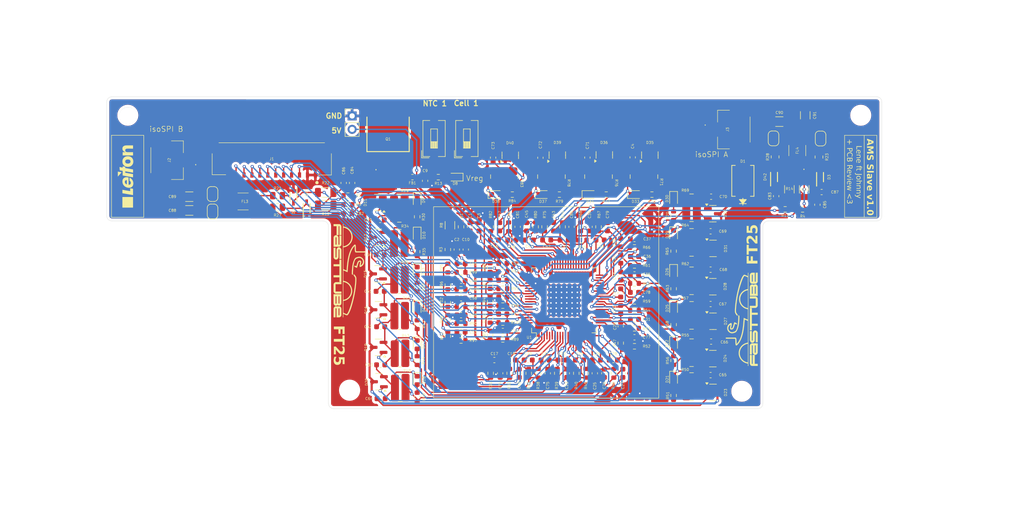
<source format=kicad_pcb>
(kicad_pcb
	(version 20240108)
	(generator "pcbnew")
	(generator_version "8.0")
	(general
		(thickness 1.6)
		(legacy_teardrops no)
	)
	(paper "A4")
	(layers
		(0 "F.Cu" signal)
		(1 "In1.Cu" signal)
		(2 "In2.Cu" signal)
		(31 "B.Cu" signal)
		(32 "B.Adhes" user "B.Adhesive")
		(33 "F.Adhes" user "F.Adhesive")
		(34 "B.Paste" user)
		(35 "F.Paste" user)
		(36 "B.SilkS" user "B.Silkscreen")
		(37 "F.SilkS" user "F.Silkscreen")
		(38 "B.Mask" user)
		(39 "F.Mask" user)
		(40 "Dwgs.User" user "User.Drawings")
		(41 "Cmts.User" user "User.Comments")
		(42 "Eco1.User" user "User.Eco1")
		(43 "Eco2.User" user "User.Eco2")
		(44 "Edge.Cuts" user)
		(45 "Margin" user)
		(46 "B.CrtYd" user "B.Courtyard")
		(47 "F.CrtYd" user "F.Courtyard")
		(48 "B.Fab" user)
		(49 "F.Fab" user)
		(50 "User.1" user)
		(51 "User.2" user)
		(52 "User.3" user)
		(53 "User.4" user)
		(54 "User.5" user)
		(55 "User.6" user)
		(56 "User.7" user)
		(57 "User.8" user)
		(58 "User.9" user)
	)
	(setup
		(stackup
			(layer "F.SilkS"
				(type "Top Silk Screen")
			)
			(layer "F.Paste"
				(type "Top Solder Paste")
			)
			(layer "F.Mask"
				(type "Top Solder Mask")
				(thickness 0.01)
			)
			(layer "F.Cu"
				(type "copper")
				(thickness 0.035)
			)
			(layer "dielectric 1"
				(type "prepreg")
				(thickness 0.1)
				(material "FR4")
				(epsilon_r 4.5)
				(loss_tangent 0.02)
			)
			(layer "In1.Cu"
				(type "copper")
				(thickness 0.035)
			)
			(layer "dielectric 2"
				(type "core")
				(thickness 1.24)
				(material "FR4")
				(epsilon_r 4.5)
				(loss_tangent 0.02)
			)
			(layer "In2.Cu"
				(type "copper")
				(thickness 0.035)
			)
			(layer "dielectric 3"
				(type "prepreg")
				(thickness 0.1)
				(material "FR4")
				(epsilon_r 4.5)
				(loss_tangent 0.02)
			)
			(layer "B.Cu"
				(type "copper")
				(thickness 0.035)
			)
			(layer "B.Mask"
				(type "Bottom Solder Mask")
				(thickness 0.01)
			)
			(layer "B.Paste"
				(type "Bottom Solder Paste")
			)
			(layer "B.SilkS"
				(type "Bottom Silk Screen")
			)
			(copper_finish "None")
			(dielectric_constraints no)
		)
		(pad_to_mask_clearance 0)
		(allow_soldermask_bridges_in_footprints no)
		(pcbplotparams
			(layerselection 0x00010fc_ffffffff)
			(plot_on_all_layers_selection 0x0000000_00000000)
			(disableapertmacros no)
			(usegerberextensions no)
			(usegerberattributes yes)
			(usegerberadvancedattributes yes)
			(creategerberjobfile yes)
			(dashed_line_dash_ratio 12.000000)
			(dashed_line_gap_ratio 3.000000)
			(svgprecision 4)
			(plotframeref no)
			(viasonmask no)
			(mode 1)
			(useauxorigin no)
			(hpglpennumber 1)
			(hpglpenspeed 20)
			(hpglpendiameter 15.000000)
			(pdf_front_fp_property_popups yes)
			(pdf_back_fp_property_popups yes)
			(dxfpolygonmode yes)
			(dxfimperialunits yes)
			(dxfusepcbnewfont yes)
			(psnegative no)
			(psa4output no)
			(plotreference yes)
			(plotvalue yes)
			(plotfptext yes)
			(plotinvisibletext no)
			(sketchpadsonfab no)
			(subtractmaskfromsilk no)
			(outputformat 1)
			(mirror no)
			(drillshape 0)
			(scaleselection 1)
			(outputdirectory "gerber/")
		)
	)
	(net 0 "")
	(net 1 "GND")
	(net 2 "Net-(U1-V+)")
	(net 3 "Net-(U1-DRIVE)")
	(net 4 "Net-(U1-VREF1)")
	(net 5 "+5V")
	(net 6 "/FilterBalancingNetwork/CB")
	(net 7 "/FilterBalancingNetwork/CB:A")
	(net 8 "/FilterBalancingNetwork/CA")
	(net 9 "/Cell 15{slash}16")
	(net 10 "/S16P")
	(net 11 "/S15P")
	(net 12 "/Cell 15{slash}14")
	(net 13 "/FilterBalancingNetwork1/CB:A")
	(net 14 "/FilterBalancingNetwork1/CB")
	(net 15 "/FilterBalancingNetwork1/CA")
	(net 16 "/S14P")
	(net 17 "/Cell 14{slash}13")
	(net 18 "/S13P")
	(net 19 "/Cell 13{slash}12")
	(net 20 "/FilterBalancingNetwork2/CB")
	(net 21 "/FilterBalancingNetwork2/CB:A")
	(net 22 "/FilterBalancingNetwork2/CA")
	(net 23 "/S12P")
	(net 24 "/Cell 12{slash}11")
	(net 25 "/S11P")
	(net 26 "/Cell 11{slash}10")
	(net 27 "/FilterBalancingNetwork3/CB")
	(net 28 "/FilterBalancingNetwork3/CB:A")
	(net 29 "/FilterBalancingNetwork3/CA")
	(net 30 "/Cell 10{slash}9")
	(net 31 "/S10P")
	(net 32 "/S9P")
	(net 33 "/Cell 9{slash}8")
	(net 34 "/FilterBalancingNetwork4/CB")
	(net 35 "/FilterBalancingNetwork4/CB:A")
	(net 36 "/FilterBalancingNetwork4/CA")
	(net 37 "/Cell 8{slash}7")
	(net 38 "/S8P")
	(net 39 "/Cell 7{slash}6")
	(net 40 "/S7P")
	(net 41 "/FilterBalancingNetwork5/CB:A")
	(net 42 "/FilterBalancingNetwork5/CB")
	(net 43 "/FilterBalancingNetwork5/CA")
	(net 44 "/Cell 6{slash}5")
	(net 45 "/S6P")
	(net 46 "/S5P")
	(net 47 "/Cell 5{slash}4")
	(net 48 "/FilterBalancingNetwork6/CB:A")
	(net 49 "/FilterBalancingNetwork6/CB")
	(net 50 "/FilterBalancingNetwork6/CA")
	(net 51 "/Cell 4{slash}3")
	(net 52 "/S4P")
	(net 53 "/S3P")
	(net 54 "/Cell 3{slash}2")
	(net 55 "/FilterBalancingNetwork7/CB")
	(net 56 "/FilterBalancingNetwork7/CB:A")
	(net 57 "/FilterBalancingNetwork7/CA")
	(net 58 "/Cell 2{slash}1")
	(net 59 "/S2P")
	(net 60 "/S1P")
	(net 61 "/NTC/V_out_1")
	(net 62 "/NTC/V_out_4")
	(net 63 "/NTC/V_out_7")
	(net 64 "/NTC/V_out_9")
	(net 65 "/NTC/V_out_2")
	(net 66 "/NTC/V_out_5")
	(net 67 "/NTC/V_out_10")
	(net 68 "/NTC/V_out_8")
	(net 69 "/NTC/V_out_3")
	(net 70 "/NTC/V_out_6")
	(net 71 "Clamp")
	(net 72 "/Cell 16")
	(net 73 "VBUS")
	(net 74 "+5V_NTC")
	(net 75 "unconnected-(U1-NC-Pad66)")
	(net 76 "/isoSPI/IPB")
	(net 77 "/isoSPI/IMA")
	(net 78 "/isoSPI/IMB")
	(net 79 "/isoSPI/IPA")
	(net 80 "Net-(C86-Pad2)")
	(net 81 "Net-(C87-Pad2)")
	(net 82 "Net-(JP5-B)")
	(net 83 "Net-(JP6-B)")
	(net 84 "Net-(J3-Pin_2)")
	(net 85 "Net-(JP7-B)")
	(net 86 "Net-(JP8-B)")
	(net 87 "Net-(J3-Pin_1)")
	(net 88 "Net-(D2-A2)")
	(net 89 "Net-(D3-A2)")
	(net 90 "Net-(D41-A2)")
	(net 91 "Net-(D42-A2)")
	(net 92 "Net-(JP6-A)")
	(net 93 "Net-(JP5-A)")
	(net 94 "Net-(JP7-A)")
	(net 95 "Net-(JP8-A)")
	(net 96 "/NTC/NTC2")
	(net 97 "/NTC/NTC3")
	(net 98 "/NTC/NTC1")
	(net 99 "/NTC/NTC6")
	(net 100 "/NTC/NTC4")
	(net 101 "/NTC/NTC5")
	(net 102 "/NTC/NTC9")
	(net 103 "/NTC/NTC7")
	(net 104 "/NTC/NTC10")
	(net 105 "/NTC/NTC8")
	(net 106 "Net-(Q1-C)")
	(net 107 "Net-(J2-Pin_1)")
	(net 108 "Net-(J2-Pin_2)")
	(net 109 "Net-(D8-A)")
	(net 110 "Net-(D9-A)")
	(net 111 "Net-(D10-A)")
	(net 112 "Net-(D13-A)")
	(net 113 "Net-(D14-A)")
	(net 114 "Net-(D17-A)")
	(net 115 "Net-(D18-A)")
	(net 116 "Net-(D21-A)")
	(net 117 "Net-(D22-A)")
	(net 118 "Net-(D25-A)")
	(net 119 "Net-(D26-A)")
	(net 120 "Net-(D29-A)")
	(net 121 "Net-(D30-A)")
	(net 122 "Net-(D33-A)")
	(net 123 "Net-(D34-A)")
	(net 124 "Net-(D37-A)")
	(net 125 "Net-(D38-A)")
	(net 126 "Net-(Q1-E)")
	(net 127 "Net-(Q1-B)")
	(net 128 "/FilterBalancingNetwork7/CellA+{slash}CellB-")
	(net 129 "Net-(J1-Pin_12)")
	(footprint "Capacitor_SMD:C_0603_1608Metric" (layer "F.Cu") (at 139.3 110 180))
	(footprint "Resistor_SMD:R_0603_1608Metric" (layer "F.Cu") (at 161.6 121.9 90))
	(footprint "Resistor_SMD:R_0603_1608Metric" (layer "F.Cu") (at 139.3 118))
	(footprint "Capacitor_SMD:C_0603_1608Metric" (layer "F.Cu") (at 178.7 121.6))
	(footprint "Resistor_SMD:R_0603_1608Metric" (layer "F.Cu") (at 144.2 127.599999 90))
	(footprint "Resistor_SMD:R_0603_1608Metric" (layer "F.Cu") (at 158.8625 93.8 180))
	(footprint "Capacitor_SMD:C_0603_1608Metric" (layer "F.Cu") (at 116.1 105.1875))
	(footprint "Package_TO_SOT_SMD:SOT-23" (layer "F.Cu") (at 167.112499 86.3375 90))
	(footprint "Resistor_SMD:R_0603_1608Metric" (layer "F.Cu") (at 146 127.600001 90))
	(footprint "Resistor_SMD:R_0603_1608Metric" (layer "F.Cu") (at 164.2 103.8 180))
	(footprint "LED_SMD:LED_0603_1608Metric" (layer "F.Cu") (at 123.1 108.299999 -90))
	(footprint "Capacitor_SMD:C_0603_1608Metric" (layer "F.Cu") (at 132.3 104.2 -90))
	(footprint "Resistor_SMD:R_1206_3216Metric" (layer "F.Cu") (at 196.3 92.8 90))
	(footprint "Capacitor_SMD:C_0603_1608Metric" (layer "F.Cu") (at 131.4 110.1 180))
	(footprint "Resistor_SMD:R_0603_1608Metric" (layer "F.Cu") (at 139.3 114.8))
	(footprint "Package_TO_SOT_SMD:SOT-23" (layer "F.Cu") (at 115.6625 95.3 180))
	(footprint "Resistor_SMD:R_0603_1608Metric" (layer "F.Cu") (at 110 95.7 180))
	(footprint "LED_SMD:LED_0603_1608Metric" (layer "F.Cu") (at 123.1 122.2 -90))
	(footprint "Resistor_SMD:R_0603_1608Metric" (layer "F.Cu") (at 140.4 99.9 -90))
	(footprint "Slave:DLW43SH101XK2L" (layer "F.Cu") (at 90.175 95.1 180))
	(footprint "Capacitor_SMD:C_0603_1608Metric" (layer "F.Cu") (at 152.3 99.9 90))
	(footprint "Slave:Balancing" (layer "F.Cu") (at 119.8 117.25 180))
	(footprint "Resistor_SMD:R_0603_1608Metric" (layer "F.Cu") (at 137 127.600001 90))
	(footprint "Capacitor_SMD:C_0603_1608Metric" (layer "F.Cu") (at 137.7 125.1))
	(footprint "Capacitor_SMD:C_0603_1608Metric" (layer "F.Cu") (at 139.3 116.4 180))
	(footprint "Resistor_SMD:R_0805_2012Metric" (layer "F.Cu") (at 96.7 94 180))
	(footprint "Jumper:SolderJumper-2_P1.3mm_Open_RoundedPad1.0x1.5mm" (layer "F.Cu") (at 84.4 93.7 -90))
	(footprint "Slave:Balancing" (layer "F.Cu") (at 139.05 90.4 90))
	(footprint "Slave:36900000" (layer "F.Cu") (at 132.4 96.2))
	(footprint "Resistor_SMD:R_0603_1608Metric" (layer "F.Cu") (at 164.200002 110.6 180))
	(footprint "Resistor_SMD:R_0603_1608Metric" (layer "F.Cu") (at 150 93.8 180))
	(footprint "LED_SMD:LED_0603_1608Metric" (layer "F.Cu") (at 171.6 122.1 -90))
	(footprint "Resistor_SMD:R_0603_1608Metric" (layer "F.Cu") (at 171.6 118.4 90))
	(footprint "MountingHole:MountingHole_3.2mm_M3" (layer "F.Cu") (at 68.4 78.9))
	(footprint "Capacitor_SMD:C_0603_1608Metric" (layer "F.Cu") (at 164.200002 102.2 180))
	(footprint "Capacitor_SMD:C_0603_1608Metric" (layer "F.Cu") (at 198.8 95.725 90))
	(footprint "Capacitor_SMD:C_1206_3216Metric" (layer "F.Cu") (at 80 94.2))
	(footprint "Capacitor_SMD:C_0603_1608Metric" (layer "F.Cu") (at 178.6 108))
	(footprint "FaSTTUBe_logos:LeitOn_small_w_sq"
		(layer "F.Cu")
		(uuid "2d640a53-a852-4412-93a2-ba4b28045c69")
		(at 67.916902 90.393212 90)
		(property "Reference" "G***"
			(at 0 0 270)
			(layer "F.SilkS")
			(hide yes)
			(uuid "de82413e-ba42-4c1b-97f6-de6e0736926c")
			(effects
				(font
					(size 1.5 1.5)
					(thickness 0.3)
				)
			)
		)
		(property "Value" "LOGO"
			(at 0.75 0 270)
			(layer "F.SilkS")
			(hide yes)
			(uuid "daf3ccca-7460-470a-8909-13943d8e0f40")
			(effects
				(font
					(size 1.5 1.5)
					(thickness 0.3)
				)
			)
		)
		(property "Footprint" "FaSTTUBe_logos:LeitOn_small_w_sq"
			(at 0 0 270)
			(layer "F.Fab")
			(hide yes)
			(uuid "1366ff51-d581-4049-9219-71d29e064d18")
			(effects
				(font
					(size 1.27 1.27)
					(thickness 0.15)
				)
			)
		)
		(property "Datasheet" ""
			(at 0 0 270)
			(layer "F.Fab")
			(hide yes)
			(uuid "3900e5e3-9b9b-4694-b53a-88854dcb5853")
			(effects
				(font
					(size 1.27 1.27)
					(thickness 0.15)
				)
			)
		)
		(property "Description" ""
			(at 0 0 270)
			(layer "F.Fab")
			(hide yes)
			(uuid "7978165d-4427-41c0-9db2-7926ec22ca7b")
			(effects
				(font
					(size 1.27 1.27)
					(thickness 0.15)
				)
			)
		)
		(attr board_only exclude_from_pos_files exclude_from_bom)
		(fp_poly
			(pts
				(xy -3.864499 0.439298) (xy -3.864499 1.44671) (xy -4.868609 1.44671) (xy -5.872718 1.44671) (xy -5.872718 0.439298)
				(xy -5.872718 -0.568114) (xy -4.868609 -0.568114) (xy -3.864499 -0.568114)
			)
			(stroke
				(width 0)
				(type solid)
			)
			(fill solid)
			(layer "F.SilkS")
			(uuid "733123d6-fe04-407a-9508-88f282c4d2df")
		)
		(fp_poly
			(pts
				(xy 0.847916 -1.432555) (xy 0.886134 -1.432463) (xy 0.914098 -1.432312) (xy 0.930754 -1.432103)
				(xy 0.935236 -1.431891) (xy 0.934347 -1.425401) (xy 0.93141 -1.407322) (xy 0.92667 -1.379074) (xy 0.920376 -1.342079)
				(xy 0.912776 -1.297756) (xy 0.904116 -1.247528) (xy 0.894644 -1.192814) (xy 0.884607 -1.135037)
				(xy 0.874253 -1.075617) (xy 0.86383 -1.015975) (xy 0.853585 -0.957533) (xy 0.843764 -0.90171) (xy 0.834617 -0.849929)
				(xy 0.826389 -0.80361) (xy 0.81933 -0.764173) (xy 0.813685 -0.733042) (xy 0.811184 -0.719499) (xy 0.805887 -0.721683)
				(xy 0.79087 -0.73271) (xy 0.766191 -0.752532) (xy 0.731904 -0.7811) (xy 0.688066 -0.818369) (xy 0.634732 -0.86429)
				(xy 0.571958 -0.918815) (xy 0.499799 -0.981899) (xy 0.418311 -1.053492) (xy 0.400005 -1.069616)
				(xy -0.009222 -1.430195) (xy 0.462167 -1.431891) (xy 0.539823 -1.432147) (xy 0.613536 -1.432345)
				(xy 0.682253 -1.432485) (xy 0.744924 -1.432566) (xy 0.800496 -1.43259)
			)
			(stroke
				(width 0)
				(type solid)
			)
			(fill solid)
			(layer "F.SilkS")
			(uuid "1ea86209-72da-484f-80a3-547206983096")
		)
		(fp_poly
			(pts
				(xy -2.601237 -0.567046) (xy -2.569235 -0.566675) (xy -2.545055 -0.56604) (xy -2.527617 -0.565108)
				(xy -2.515844 -0.563849) (xy -2.508657 -0.562228) (xy -2.504979 -0.560215) (xy -2.50373 -0.557778)
				(xy -2.503667 -0.556859) (xy -2.504793 -0.548948) (xy -2.508074 -0.528878) (xy -2.51336 -0.497498)
				(xy -2.520506 -0.455659) (xy -2.529363 -0.404211) (xy -2.539785 -0.344004) (xy -2.551622 -0.275889)
				(xy -2.564729 -0.200716) (xy -2.578957 -0.119334) (xy -2.594158 -0.032596) (xy -2.610186 0.058651)
				(xy -2.626893 0.153554) (xy -2.629181 0.166533) (xy -2.645972 0.261906) (xy -2.662104 0.353765)
				(xy -2.677429 0.441259) (xy -2.6918 0.523532) (xy -2.705068 0.599733) (xy -2.717085 0.669008) (xy -2.727706 0.730504)
				(xy -2.736781 0.783367) (xy -2.744163 0.826745) (xy -2.749704 0.859784) (xy -2.753257 0.881632)
				(xy -2.754675 0.891435) (xy -2.754694 0.891782) (xy -2.75439 0.895048) (xy -2.752683 0.897727) (xy -2.748384 0.899877)
				(xy -2.740303 0.901557) (xy -2.72725 0.902825) (xy -2.708036 0.903738) (xy -2.68147 0.904355) (xy -2.646362 0.904733)
				(xy -2.601523 0.904931) (xy -2.545763 0.905008) (xy -2.483404 0.90502) (xy -2.416375 0.905047) (xy -2.36139 0.905163)
				(xy -2.317284 0.905417) (xy -2.282888 0.905859) (xy -2.257036 0.906542) (xy -2.23856 0.907513) (xy -2.226294 0.908825)
				(xy -2.21907 0.910526) (xy -2.215722 0.912668) (xy -2.215082 0.915301) (xy -2.215345 0.91658) (xy -2.217157 0.92546)
				(xy -2.22096 0.945894) (xy -2.226491 0.976419) (xy -2.23349 1.01557) (xy -2.241694 1.061883) (xy -2.250843 1.113894)
				(xy -2.260675 1.170139) (xy -2.263683 1.187412) (xy -2.308791 1.446683) (xy -2.908284 1.446696)
				(xy -3.014688 1.446665) (xy -3.108557 1.44656) (xy -3.190565 1.446372) (xy -3.26139 1.446091) (xy -3.321705 1.445709)
				(xy -3.372189 1.445215) (xy -3.413515 1.444601) (xy -3.446361 1.443858) (xy -3.471402 1.442975)
				(xy -3.489313 1.441945) (xy -3.500772 1.440756) (xy -3.506453 1.439401) (xy -3.507369 1.438453)
				(xy -3.506192 1.431119) (xy -3.502837 1.411486) (xy -3.49743 1.380265) (xy -3.490095 1.338168) (xy -3.480957 1.285905)
				(xy -3.470142 1.224187) (xy -3.457774 1.153727) (xy -3.443977 1.075233) (xy -3.428878 0.989419)
				(xy -3.412601 0.896994) (xy -3.39527 0.79867) (xy -3.377011 0.695157) (xy -3.357949 0.587168) (xy -3.338209 0.475412)
				(xy -3.330659 0.432692) (xy -3.154356 -0.564811) (xy -2.829012 -0.566525) (xy -2.754946 -0.566892)
				(xy -2.693014 -0.567122) (xy -2.642137 -0.567184)
			)
			(stroke
				(width 0)
				(type solid)
			)
			(fill solid)
			(layer "F.SilkS")
			(uuid "e07b3415-8f25-4bb4-be80-7dabe03d763d")
		)
		(fp_poly
			(pts
				(xy 5.372543 -0.559259) (xy 5.458403 -0.544203) (xy 5.536038 -0.518945) (xy 5.605728 -0.483281)
				(xy 5.667752 -0.437007) (xy 5.722391 -0.379916) (xy 5.769922 -0.311804) (xy 5.810627 -0.232467)
				(xy 5.841718 -0.151105) (xy 5.850372 -0.124317) (xy 5.858113 -0.098516) (xy 5.86499 -0.072843) (xy 5.871056 -0.04644)
				(xy 5.876361 -0.018448) (xy 5.880954 0.011992) (xy 5.884888 0.045736) (xy 5.888212 0.083645) (xy 5.890978 0.126575)
				(xy 5.893235 0.175386) (xy 5.895035 0.230936) (xy 5.896428 0.294083) (xy 5.897465 0.365685) (xy 5.898197 0.446601)
				(xy 5.898674 0.537689) (xy 5.898947 0.639807) (xy 5.899067 0.753814) (xy 5.899085 0.820793) (xy 5.899142 1.44671)
				(xy 5.588196 1.44671) (xy 5.277251 1.44671) (xy 5.278505 0.876944) (xy 5.278725 0.773036) (xy 5.27887 0.681419)
				(xy 5.278899 0.601173) (xy 5.278769 0.531377) (xy 5.278437 0.471112) (xy 5.27786 0.419456) (xy 5.276996 0.375489)
				(xy 5.275803 0.33829) (xy 5.274238 0.306939) (xy 5.272257 0.280516) (xy 5.26982 0.258101) (xy 5.266883 0.238771)
				(xy 5.263403 0.221608) (xy 5.259339 0.20569) (xy 5.254647 0.190097) (xy 5.249285 0.173909) (xy 5.245485 0.162823)
				(xy 5.219282 0.104225) (xy 5.184625 0.055732) (xy 5.141817 0.017556) (xy 5.091162 -0.010091) (xy 5.032965 -0.026995)
				(xy 4.967528 -0.032945) (xy 4.965699 -0.032951) (xy 4.896103 -0.027555) (xy 4.833845 -0.011207)
				(xy 4.77902 0.015996) (xy 4.73172 0.053959) (xy 4.69204 0.102584) (xy 4.660071 0.161775) (xy 4.635908 0.231437)
				(xy 4.619643 0.311473) (xy 4.617643 0.326323) (xy 4.616442 0.342727) (xy 4.615335 0.371536) (xy 4.614332 0.411943)
				(xy 4.613442 0.463141) (xy 4.612674 0.524324) (xy 4.612038 0.594684) (xy 4.611542 0.673415) (xy 4.611196 0.75971)
				(xy 4.611008 0.852762) (xy 4.610975 0.913104) (xy 4.610975 1.44671) (xy 4.299404 1.44671) (xy 3.987834 1.44671)
				(xy 3.992226 0.811443) (xy 3.992892 0.711187) (xy 3.993527 0.607782) (xy 3.994124 0.502917) (xy 3.994675 0.398281)
				(xy 3.995172 0.295565) (xy 3.995609 0.196459) (xy 3.995977 0.102651) (xy 3.996269 0.015831) (xy 3.996478 -0.06231)
				(xy 3.996595 -0.130083) (xy 3.996619 -0.169546) (xy 3.996619 -0.515266) (xy 4.303797 -0.515266)
				(xy 4.610975 -0.515266) (xy 4.611683 -0.213043) (xy 4.611978 -0.137791) (xy 4.612479 -0.074145)
				(xy 4.613181 -0.022362) (xy 4.614077 0.017301) (xy 4.615161 0.044586) (xy 4.616427 0.059237) (xy 4.617868 0.060996)
				(xy 4.618243 0.059454) (xy 4.628203 0.011835) (xy 4.638063 -0.028199) (xy 4.649248 -0.066187) (xy 4.655695 -0.085878)
				(xy 4.693956 -0.183348) (xy 4.739468 -0.269864) (xy 4.792158 -0.345369) (xy 4.851952 -0.409808)
				(xy 4.918777 -0.463124) (xy 4.99256 -0.505261) (xy 5.073227 -0.536162) (xy 5.160706 -0.555771) (xy 5.254922 -0.564031)
				(xy 5.278179 -0.564319)
			)
			(stroke
				(width 0)
				(type solid)
			)
			(fill solid)
			(layer "F.SilkS")
			(uuid "6ee16742-40ce-4070-8eda-f48f06efab2d")
		)
		(fp_poly
			(pts
				(xy 2.955175 -0.559888) (xy 3.058731 -0.546797) (xy 3.157058 -0.52435) (xy 3.252668 -0.492031) (xy 3.305914 -0.469449)
				(xy 3.397612 -0.42069) (xy 3.483923 -0.360563) (xy 3.563533 -0.290267) (xy 3.635128 -0.211004) (xy 3.697393 -0.123974)
				(xy 3.71379 -0.096987) (xy 3.732894 -0.060701) (xy 3.753502 -0.015566) (xy 3.774041 0.034422) (xy 3.792938 0.085261)
				(xy 3.808621 0.132954) (xy 3.818643 0.169691) (xy 3.838098 0.275415) (xy 3.848675 0.386742) (xy 3.850356 0.500065)
				(xy 3.843121 0.611776) (xy 3.826952 0.718267) (xy 3.821621 0.743173) (xy 3.790007 0.854339) (xy 3.747713 0.958115)
				(xy 3.695279 1.054089) (xy 3.633245 1.141849) (xy 3.562151 1.220982) (xy 3.482535 1.291076) (xy 3.394937 1.35172)
				(xy 3.299898 1.402501) (xy 3.197956 1.443007) (xy 3.089651 1.472827) (xy 2.975522 1.491547) (xy 2.85611 1.498756)
				(xy 2.832358 1.498786) (xy 2.794751 1.498093) (xy 2.758493 1.496743) (xy 2.727297 1.494919) (xy 2.704877 1.492803)
				(xy 2.701847 1.492373) (xy 2.591138 1.471569) (xy 2.491069 1.444871) (xy 2.400128 1.411574) (xy 2.316805 1.370971)
				(xy 2.239588 1.322357) (xy 2.166967 1.265025) (xy 2.118685 1.219952) (xy 2.0472 1.140651) (xy 1.986318 1.055099)
				(xy 1.935796 0.962727) (xy 1.89539 0.862967) (xy 1.864854 0.75525) (xy 1.843946 0.639006) (xy 1.835563 0.560594)
				(xy 1.831903 0.465722) (xy 2.456877 0.465722) (xy 2.459999 0.554756) (xy 2.469565 0.633224) (xy 2.485929 0.702286)
				(xy 2.509447 0.763101) (xy 2.540473 0.816828) (xy 2.578644 0.863871) (xy 2.626432 0.905009) (xy 2.681894 0.935883)
				(xy 2.744097 0.956251) (xy 2.812108 0.965871) (xy 2.884991 0.964502) (xy 2.938093 0.956936) (xy 2.992409 0.940223)
				(xy 3.044864 0.91207) (xy 3.093037 0.874239) (xy 3.134509 0.82849) (xy 3.154043 0.799839) (xy 3.178893 0.752076)
				(xy 3.198275 0.698864) (xy 3.212627 0.638375) (xy 3.222388 0.568785) (xy 3.227826 0.492146) (xy 3.227506 0.402069)
				(xy 3.218435 0.318544) (xy 3.200928 0.242299) (xy 3.175302 0.174061) (xy 3.141874 0.114561) (xy 3.10096 0.064525)
				(xy 3.052876 0.024683) (xy 3.015631 0.003491) (xy 2.97219 -0.01461) (xy 2.930087 -0.025998) (xy 2.884317 -0.031724)
				(xy 2.841898 -0.032932) (xy 2.768739 -0.027407) (xy 2.703148 -0.011067) (xy 2.645049 0.016125) (xy 2.594364 0.054207)
				(xy 2.55102 0.103218) (xy 2.541149 0.117443) (xy 2.509547 0.173696) (xy 2.485676 0.235735) (xy 2.469181 0.305037)
				(xy 2.459705 0.383075) (xy 2.456877 0.465722) (xy 1.831903 0.465722) (xy 1.831902 0.465701) (xy 1.835499 0.367256)
				(xy 1.846013 0.270953) (xy 1.856561 0.211392) (xy 1.885566 0.101938) (xy 1.925463 -0.001779) (xy 1.97563 -0.098956)
				(xy 2.035448 -0.188788) (xy 2.104296 -0.270471) (xy 2.181554 -0.3432) (xy 2.2666 -0.406172) (xy 2.358814 -0.458581)
				(xy 2.381836 -0.469449) (xy 2.477024 -0.507517) (xy 2.573521 -0.535424) (xy 2.673841 -0.553686)
				(xy 2.780499 -0.562818) (xy 2.843875 -0.564137)
			)
			(stroke
				(width 0)
				(type solid)
			)
			(fill solid)
			(layer "F.SilkS")
			(uuid "65aa55d5-5713-4ddb-b2e6-b33da742068f")
		)
		(fp_poly
			(pts
				(xy -0.86838 -0.563064) (xy -0.768498 -0.553179) (xy -0.673793 -0.53504) (xy -0.586371 -0.508819)
				(xy -0.538153 -0.489216) (xy -0.471814 -0.453929) (xy -0.406567 -0.409492) (xy -0.345499 -0.358466)
				(xy -0.291699 -0.303408) (xy -0.251464 -0.25167) (xy -0.207506 -0.176524) (xy -0.171176 -0.092571)
				(xy -0.143426 -0.002409) (xy -0.125211 0.091365) (xy -0.125057 0.092484) (xy -0.118667 0.163626)
				(xy -0.117389 0.242936) (xy -0.120973 0.326504) (xy -0.129171 0.410421) (xy -0.141733 0.490779)
				(xy -0.153977 0.546789) (xy -0.168453 0.604448) (xy -0.856729 0.60613) (xy -1.545006 0.607812) (xy -1.547054 0.632554)
				(xy -1.547424 0.651323) (xy -1.546498 0.677843) (xy -1.544476 0.706739) (xy -1.544179 0.709996)
				(xy -1.532368 0.779809) (xy -1.510918 0.841662) (xy -1.48018 0.89498) (xy -1.440507 0.939191) (xy -1.392247 0.973719)
				(xy -1.378481 0.980969) (xy -1.312797 1.006179) (xy -1.242495 1.020314) (xy -1.169895 1.023539)
				(xy -1.097322 1.016023) (xy -1.027098 0.99793) (xy -0.961544 0.969427) (xy -0.927268 0.94866) (xy -0.903012 0.929805)
				(xy -0.874591 0.904098) (xy -0.845347 0.87493) (xy -0.81862 0.845692) (xy -0.797752 0.819774) (xy -0.791958 0.811352)
				(xy -0.771523 0.779506) (xy -0.488154 0.779506) (xy -0.428406 0.779635) (xy -0.372944 0.780002)
				(xy -0.323119 0.780581) (xy -0.280281 0.781345) (xy -0.24578 0.782266) (xy -0.220967 0.783318) (xy -0.207191 0.784472)
				(xy -0.204785 0.785214) (xy -0.207926 0.794913) (xy -0.216476 0.813564) (xy -0.229131 0.838741)
				(xy -0.244584 0.868019) (xy -0.261529 0.898973) (xy -0.278659 0.929176) (xy -0.29467 0.956205) (xy -0.308255 0.977632)
				(xy -0.308955 0.978674) (xy -0.38061 1.075031) (xy -0.458441 1.161397) (xy -0.541359 1.236599) (xy -0.567338 1.257015)
				(xy -0.597679 1.279939) (xy -0.620971 1.297089) (xy -0.640658 1.310715) (xy -0.660185 1.323068)
				(xy -0.682997 1.3364) (xy -0.712541 1.35296) (xy -0.72357 1.359082) (xy -0.827704 1.409427) (xy -0.938456 1.448892)
				(xy -1.054496 1.477152) (xy -1.174497 1.493882) (xy -1.294772 1.498777) (xy -1.335304 1.497831)
				(xy -1.377037 1.495765) (xy -1.415348 1.492872) (xy -1.445614 1.489447) (xy -1.448416 1.489025)
				(xy -1.530466 1.472795) (xy -1.611634 1.450299) (xy -1.68769 1.422854) (xy -1.745809 1.396288) (xy -1.806772 1.358966)
				(xy -1.866948 1.310887) (xy -1.924124 1.254428) (xy -1.976085 1.191965) (xy -2.020617 1.125876)
				(xy -2.050927 1.068729) (xy -2.085764 0.978092) (xy -2.110044 0.880514) (xy -2.123797 0.776961)
				(xy -2.127048 0.6684) (xy -2.119826 0.555798) (xy -2.102158 0.44012) (xy -2.074073 0.322335) (xy -2.057414 0.270845)
				(xy -1.48063 0.270845) (xy -1.080523 0.270845) (xy -0.680416 0.270845) (xy -0.680455 0.255982) (xy -0.682134 0.23236)
				(xy -0.686526 0.200402) (xy -0.692801 0.164502) (xy -0.700132 0.129053) (xy -0.70769 0.098449) (xy -0.713772 0.079272)
				(xy -0.73478 0.037052) (xy -0.763335 -0.002882) (xy -0.795999 -0.036031) (xy -0.810217 -0.046919)
				(xy -0.857988 -0.07238) (xy -0.913612 -0.089567) (xy -0.974672 -0.098518) (xy -1.038754 -0.09927)
				(xy -1.10344 -0.091863) (xy -1.166315 -0.076335) (xy -1.224963 -0.052725) (xy -1.248531 -0.039949)
				(xy -1.308874 0.002026) (xy -1.360635 0.051925) (xy -1.405111 0.111223) (xy -1.443602 0.181396)
				(xy -1.443728 0.181665) (xy -1.456251 0.208754) (xy -1.466893 0.23276) (xy -1.474153 0.250251) (xy -1.4762 0.255982)
				(xy -1.48063 0.270845) (xy -2.057414 0.270845) (xy -2.035597 0.203409) (xy -2.025395 0.176292) (xy -1.994782 0.106566)
				(xy -1.955532 0.032519) (xy -1.909636 -0.042314) (xy -1.870405 -0.09909) (xy -1.847322 -0.128121)
				(xy -1.816565 -0.163) (xy -1.780668 -0.201181) (xy -1.742163 -0.240123) (xy -1.703583 -0.277281)
				(xy -1.66746 -0.310112) (xy -1.636328 -0.336074) (xy -1.628375 -0.342118) (xy -1.536688 -0.402454)
				(xy -1.436734 -0.454988) (xy -1.331813 -0.498256) (xy -1.225228 -0.530798) (xy -1.178011 -0.541471)
				(xy -1.075244 -0.557382) (xy -0.971331 -0.564522)
			)
			(stroke
				(width 0)
				(type solid)
			)
			(fill solid)
			(layer "F.SilkS")
			(uuid "bf67a15e-0148-4881-bfed-05e8bd38496e")
		)
		(fp_poly
			(pts
				(xy 1.800185 -1.115255) (xy 1.800306 -1.108113) (xy 1.798255 -1.092204) (xy 1.79616 -1.080073) (xy 1.793728 -1.066604)
				(xy 1.789496 -1.042645) (xy 1.783744 -1.009815) (xy 1.776752 -0.969733) (xy 1.768799 -0.924017)
				(xy 1.760167 -0.874285) (xy 1.751134 -0.822156) (xy 1.74198 -0.769248) (xy 1.732986 -0.71718) (xy 1.724431 -0.667571)
				(xy 1.716595 -0.622038) (xy 1.709758 -0.5822) (xy 1.7042 -0.549675) (xy 1.700201 -0.526083) (xy 1.698041 -0.513041)
				(xy 1.697737 -0.510964) (xy 1.703992 -0.510221) (xy 1.721351 -0.509577) (xy 1.747708 -0.509075)
				(xy 1.780954 -0.508756) (xy 1.814092 -0.50866) (xy 1.930446 -0.50866) (xy 1.927589 -0.490494) (xy 1.925792 -0.479816)
				(xy 1.921991 -0.45778) (xy 1.916477 -0.426041) (xy 1.909536 -0.386252) (xy 1.901457 -0.340067) (xy 1.89253 -0.28914)
				(xy 1.885552 -0.249407) (xy 1.846372 -0.026487) (xy 1.729242 -0.026455) (xy 1.687349 -0.026398)
				(xy 1.656804 -0.026098) (xy 1.635745 -0.025325) (xy 1.622306 -0.023849) (xy 1.614624 -0.02144) (xy 1.610836 -0.017866)
				(xy 1.609077 -0.012898) (xy 1.60877 -0.01156) (xy 1.607009 -0.002332) (xy 1.603197 0.018633) (xy 1.597559 0.050061)
				(xy 1.590323 0.090675) (xy 1.581716 0.139199) (xy 1.571963 0.194357) (xy 1.561291 0.254874) (xy 1.549928 0.319472)
				(xy 1.545706 0.343511) (xy 1.532301 0.419775) (xy 1.517106 0.506067) (xy 1.500646 0.599411) (xy 1.483448 0.696827)
				(xy 1.466036 0.795339) (xy 1.448938 0.891967) (xy 1.432679 0.983733) (xy 1.417927 1.066866) (xy 1.349873 1.450013)
				(xy 1.041568 1.45173) (xy 0.979165 1.451984) (xy 0.920993 1.452041) (xy 0.868345 1.451911) (xy 0.822517 1.451608)
				(xy 0.784803 1.451142) (xy 0.756497 1.450525) (xy 0.738895 1.449769) (xy 0.733264 1.448944) (xy 0.734382 1.442159)
				(xy 0.737622 1.423327) (xy 0.742815 1.393413) (xy 0.749791 1.353382) (xy 0.758382 1.304199) (xy 0.768417 1.246828)
				(xy 0.779728 1.182235) (xy 0.792144 1.111385) (xy 0.805497 1.035241) (xy 0.819616 0.954769) (xy 0.834334 0.870934)
				(xy 0.849479 0.784701) (xy 0.864883 0.697035) (xy 0.880376 0.6089) (xy 0.895789 0.521261) (xy 0.910953 0.435083)
				(xy 0.925697 0.351331) (xy 0.939854 0.27097) (xy 0.953252 0.194965) (xy 0.965723 0.12428) (xy 0.977097 0.059881)
				(xy 0.987205 0.002731) (xy 0.988566 -0.004954) (xy 0.992368 -0.026424) (xy 0.860832 -0.026424) (xy 0.729297 -0.026424)
				(xy 0.601918 0.69528) (xy 0.584954 0.791351) (xy 0.568591 0.883937) (xy 0.55298 0.972187) (xy 0.538271 1.055253)
				(xy 0.524616 1.132284) (xy 0.512166 1.20243) (xy 0.501071 1.264842) (xy 0.491483 1.318669) (xy 0.483552 1.363063)
				(xy 0.47743 1.397173) (xy 0.473267 1.420149) (xy 0.471215 1.431141) (xy 0.471066 1.431847) (xy 0.467592 1.44671)
				(xy 0.16113 1.44671) (xy 0.088311 1.44666) (xy 0.027656 1.446489) (xy -0.021882 1.446166) (xy -0.061348 1.445657)
				(xy -0.09179 1.444932) (xy -0.114255 1.443959) (xy -0.12979 1.442706) (xy -0.139442 1.44114) (xy -0.144258 1.439231)
				(xy -0.145332 1.437395) (xy -0.144207 1.429773) (xy -0.140936 1.41002) (xy -0.135674 1.379014) (xy -0.128574 1.337633)
				(xy -0.119791 1.286757) (xy -0.109479 1.227264) (xy -0.097793 1.160033) (xy -0.084886 1.085942)
				(xy -0.070914 1.00587) (xy -0.056031 0.920696) (xy -0.04039 0.831297) (xy -0.024147 0.738554) (xy -0.007455 0.643344)
				(xy 0.009531 0.546546) (xy 0.026656 0.449038) (xy 0.043767 0.3517) (xy 0.060709 0.25541) (xy 0.077328 0.161047)
				(xy 0.093468 0.069488) (xy 0.108977 -0.018386) (xy 0.123699 -0.101698) (xy 0.137481 -0.179569) (xy 0.150168 -0.25112)
				(xy 0.161605 -0.315473) (xy 0.171639 -0.371748) (xy 0.180114 -0.419068) (xy 0.186877 -0.456554)
				(xy 0.191773 -0.483327) (xy 0.194648 -0.498508) (xy 0.195199 -0.501146) (xy 0.198804 -0.516752)
				(xy 0.638063 -0.514297) (xy 0.724922 -0.513818) (xy 0.79951 -0.51344) (xy 0.862772 -0.513185) (xy 0.915648 -0.513076)
				(xy 0.959081 -0.513137) (xy 0.994013 -0.51339) (xy 1.021386 -0.513859) (xy 1.042143 -0.514566) (xy 1.057224 -0.515535)
				(xy 1.067574 -0.516789) (xy 1.074133 -0.51835) (xy 1.077844 -0.520242) (xy 1.079648 -0.522488) (xy 1.080489 -0.52511)
				(xy 1.08049 -0.525115) (xy 1.082295 -0.53439) (xy 1.086096 -0.5552) (xy 1.09163 -0.586065) (xy 1.098634 -0.625501)
				(xy 1.106845 -0.672028) (xy 1.116001 -0.724164) (xy 1.125838 -0.780426) (xy 1.128557 -0.796021)
				(xy 1.173456 -1.053654) (xy 1.19613 -1.058595) (xy 1.207219 -1.060224) (xy 1.229305 -1.062807) (xy 1.260792 -1.066194)
				(xy 1.300086 -1.070235) (xy 1.34559 -1.074781) (xy 1.395712 -1.079683) (xy 1.448855 -1.08479) (xy 1.503425 -1.089952)
				(xy 1.557828 -1.095022) (xy 1.610468 -1.099848) (
... [2311512 chars truncated]
</source>
